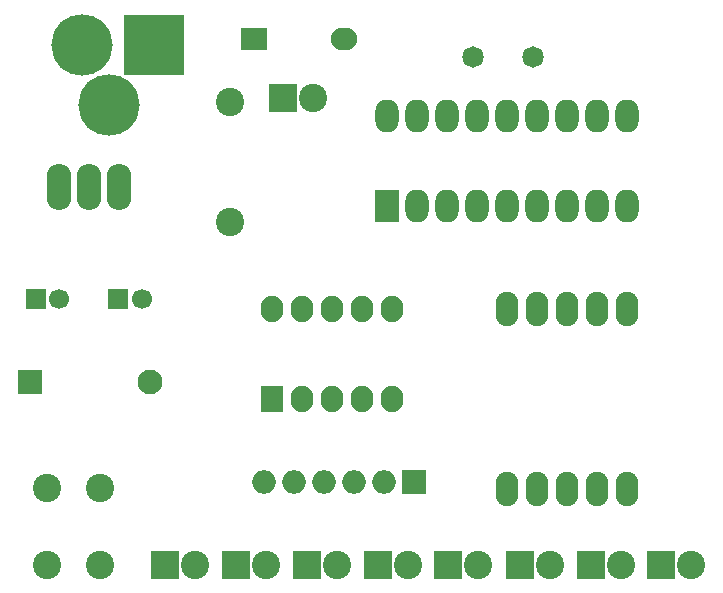
<source format=gbs>
G04 #@! TF.FileFunction,Soldermask,Bot*
%FSLAX46Y46*%
G04 Gerber Fmt 4.6, Leading zero omitted, Abs format (unit mm)*
G04 Created by KiCad (PCBNEW 4.0.5-e0-6337~49~ubuntu16.04.1) date Mon Jan 30 13:11:42 2017*
%MOMM*%
%LPD*%
G01*
G04 APERTURE LIST*
%ADD10C,0.100000*%
%ADD11O,1.924000X2.924000*%
%ADD12R,1.700000X1.700000*%
%ADD13C,1.700000*%
%ADD14C,5.200000*%
%ADD15R,5.200000X5.200000*%
%ADD16C,2.099260*%
%ADD17R,2.099260X2.099260*%
%ADD18R,2.400000X2.400000*%
%ADD19C,2.400000*%
%ADD20C,2.398980*%
%ADD21R,2.224000X1.924000*%
%ADD22O,2.224000X1.924000*%
%ADD23R,1.924000X2.224000*%
%ADD24O,1.924000X2.224000*%
%ADD25R,2.000000X2.800000*%
%ADD26O,2.000000X2.800000*%
%ADD27C,1.822400*%
%ADD28R,2.000000X2.000000*%
%ADD29O,2.000000X2.000000*%
%ADD30O,2.099260X3.900120*%
G04 APERTURE END LIST*
D10*
D11*
X176420000Y-133620000D03*
X178960000Y-133620000D03*
X181500000Y-133620000D03*
X184040000Y-133620000D03*
X186580000Y-133620000D03*
X186580000Y-118380000D03*
X184040000Y-118380000D03*
X181500000Y-118380000D03*
X178960000Y-118380000D03*
X176420000Y-118380000D03*
D12*
X136500000Y-117500000D03*
D13*
X138500000Y-117500000D03*
D12*
X143500000Y-117500000D03*
D13*
X145500000Y-117500000D03*
D14*
X140400000Y-96000000D03*
D15*
X146500000Y-96000000D03*
D14*
X142690000Y-101080000D03*
D16*
X146160520Y-124497460D03*
D17*
X136000520Y-124497460D03*
D18*
X157460000Y-100500000D03*
D19*
X160000000Y-100500000D03*
D18*
X147500000Y-140000000D03*
D19*
X150040000Y-140000000D03*
D18*
X153460000Y-140000000D03*
D19*
X156000000Y-140000000D03*
D18*
X159460000Y-140000000D03*
D19*
X162000000Y-140000000D03*
D18*
X165500000Y-140000000D03*
D19*
X168040000Y-140000000D03*
D18*
X171460000Y-140000000D03*
D19*
X174000000Y-140000000D03*
D18*
X177500000Y-140000000D03*
D19*
X180040000Y-140000000D03*
D18*
X183500000Y-140000000D03*
D19*
X186040000Y-140000000D03*
D18*
X189500000Y-140000000D03*
D19*
X192040000Y-140000000D03*
D20*
X153000000Y-111000000D03*
X153000000Y-100840000D03*
D21*
X155000000Y-95500000D03*
D22*
X162620000Y-95500000D03*
D19*
X137500000Y-133500000D03*
X142000000Y-133500000D03*
X137500000Y-140000000D03*
X142000000Y-140000000D03*
D23*
X156500000Y-126000000D03*
D24*
X156500000Y-118380000D03*
X159040000Y-126000000D03*
X159040000Y-118380000D03*
X161580000Y-126000000D03*
X161580000Y-118380000D03*
X164120000Y-126000000D03*
X164120000Y-118380000D03*
X166660000Y-126000000D03*
X166660000Y-118380000D03*
D25*
X166300000Y-109620000D03*
D26*
X186620000Y-102000000D03*
X168840000Y-109620000D03*
X184080000Y-102000000D03*
X171380000Y-109620000D03*
X181540000Y-102000000D03*
X173920000Y-109620000D03*
X179000000Y-102000000D03*
X176460000Y-109620000D03*
X176460000Y-102000000D03*
X179000000Y-109620000D03*
X173920000Y-102000000D03*
X181540000Y-109620000D03*
X171380000Y-102000000D03*
X184080000Y-109620000D03*
X168840000Y-102000000D03*
X186620000Y-109620000D03*
X166300000Y-102000000D03*
D27*
X173500000Y-97000000D03*
X178580000Y-97000000D03*
D28*
X168580000Y-133000000D03*
D29*
X166040000Y-133000000D03*
X163500000Y-133000000D03*
X160960000Y-133000000D03*
X158420000Y-133000000D03*
X155880000Y-133000000D03*
D30*
X141000000Y-108000000D03*
X138460000Y-108000000D03*
X143540000Y-108000000D03*
M02*

</source>
